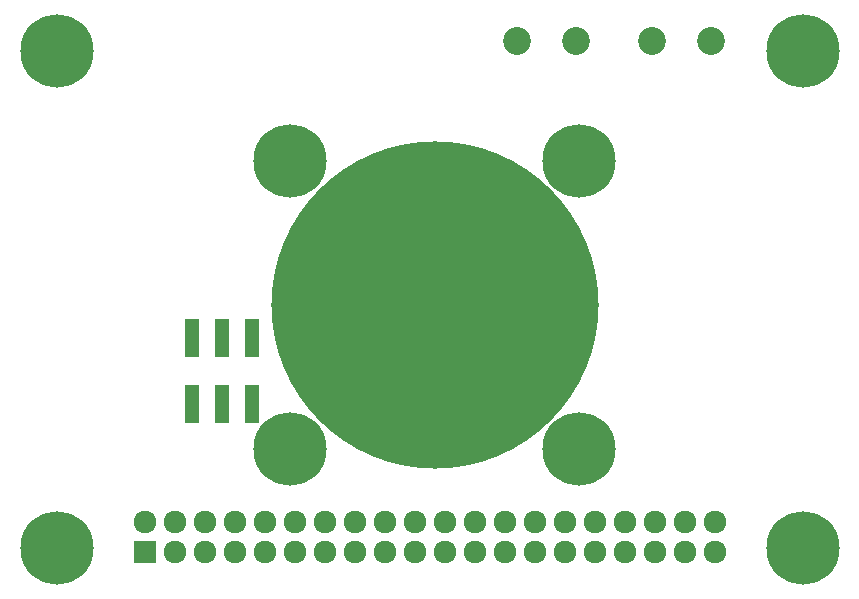
<source format=gbs>
G04 #@! TF.FileFunction,Soldermask,Bot*
%FSLAX46Y46*%
G04 Gerber Fmt 4.6, Leading zero omitted, Abs format (unit mm)*
G04 Created by KiCad (PCBNEW 4.0.7-e2-6376~58~ubuntu16.04.1) date Thu Apr 12 02:42:30 2018*
%MOMM*%
%LPD*%
G01*
G04 APERTURE LIST*
%ADD10C,0.100000*%
%ADD11C,2.359000*%
%ADD12R,1.927200X1.927200*%
%ADD13O,1.927200X1.927200*%
%ADD14R,1.165200X3.222600*%
%ADD15C,6.200000*%
%ADD16C,27.700000*%
G04 APERTURE END LIST*
D10*
D11*
X77684000Y-36068000D03*
X72684000Y-36068000D03*
X66254000Y-36068000D03*
X61254000Y-36068000D03*
D12*
X29768800Y-79353715D03*
D13*
X29768800Y-76813715D03*
X32308800Y-79353715D03*
X32308800Y-76813715D03*
X34848800Y-79353715D03*
X34848800Y-76813715D03*
X37388800Y-79353715D03*
X37388800Y-76813715D03*
X39928800Y-79353715D03*
X39928800Y-76813715D03*
X42468800Y-79353715D03*
X42468800Y-76813715D03*
X45008800Y-79353715D03*
X45008800Y-76813715D03*
X47548800Y-79353715D03*
X47548800Y-76813715D03*
X50088800Y-79353715D03*
X50088800Y-76813715D03*
X52628800Y-79353715D03*
X52628800Y-76813715D03*
X55168800Y-79353715D03*
X55168800Y-76813715D03*
X57708800Y-79353715D03*
X57708800Y-76813715D03*
X60248800Y-79353715D03*
X60248800Y-76813715D03*
X62788800Y-79353715D03*
X62788800Y-76813715D03*
X65328800Y-79353715D03*
X65328800Y-76813715D03*
X67868800Y-79353715D03*
X67868800Y-76813715D03*
X70408800Y-79353715D03*
X70408800Y-76813715D03*
X72948800Y-79353715D03*
X72948800Y-76813715D03*
X75488800Y-79353715D03*
X75488800Y-76813715D03*
X78028800Y-79353715D03*
X78028800Y-76813715D03*
D14*
X38850000Y-61240000D03*
X36310000Y-61240000D03*
X33770000Y-61240000D03*
X38850000Y-66777200D03*
X36310000Y-66777200D03*
X33770000Y-66777200D03*
D15*
X22352000Y-78994000D03*
X85463837Y-78994000D03*
X85463837Y-36882121D03*
X22352000Y-36882121D03*
D16*
X54312000Y-58394000D03*
D15*
X66512000Y-70594000D03*
X42112000Y-46194000D03*
X42112000Y-70594000D03*
X66512000Y-46194000D03*
M02*

</source>
